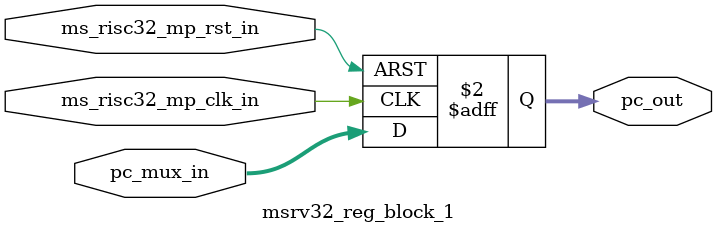
<source format=v>
module msrv32_reg_block_1(

input [31:0] pc_mux_in,
input ms_risc32_mp_clk_in,
input ms_risc32_mp_rst_in,
output reg [31:0] pc_out);

always @(posedge ms_risc32_mp_clk_in or posedge ms_risc32_mp_rst_in)
begin
if(ms_risc32_mp_rst_in)
begin
pc_out<=32'h0;
end
else
begin
pc_out<=pc_mux_in;
end
end

endmodule

</source>
